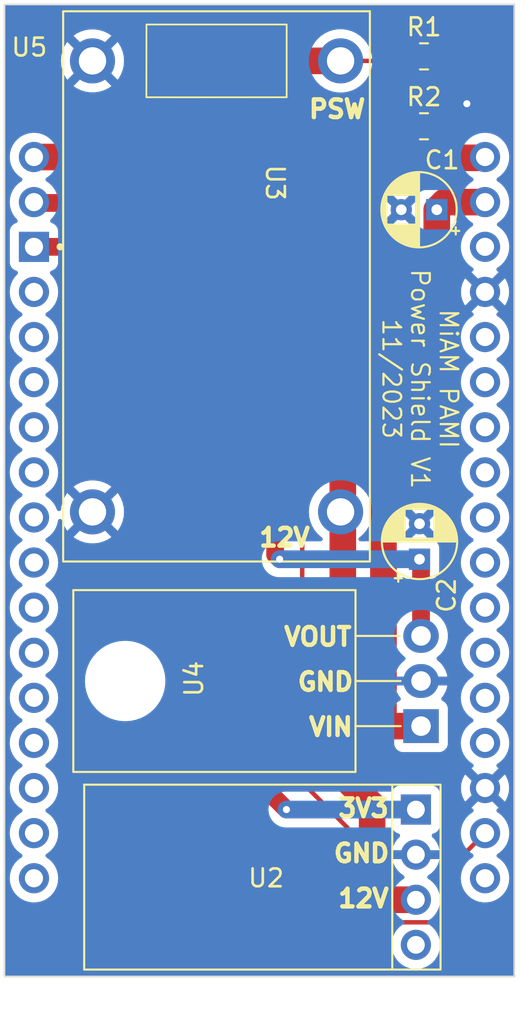
<source format=kicad_pcb>
(kicad_pcb (version 20221018) (generator pcbnew)
  (layers (0 "F.Cu" signal) (31 "B.Cu" signal) (34 "B.Paste" user) (35 "F.Paste" user) (36 "B.SilkS" user "B.Silkscreen") (37 "F.SilkS" user "F.Silkscreen") (38 "B.Mask" user) (39 "F.Mask" user) (44 "Edge.Cuts" user))
  (net 0 "")
  (net 1 "GND")
  (net 2 "+12V")
  (net 3 "/BAT_READING")
  (net 4 "+3V3")
  (net 5 "/POWER_SWITCH")
  (net 6 "/EMERGENCY_BUTTON")
  (net 7 "/5V_POWER")
  (footprint "Capacitor_THT:CP_Radial_D4.0mm_P2.00mm" (layer "F.Cu") (at 107.6526 66.167 180)
    (fp_text reference "C1" (at -0.2974 2.794) (layer "F.SilkS"))
    (fp_text value "0.22uF")
    (fp_line (start -1.269801 -1.195) (end -0.869801 -1.195) (stroke (width 0.12)) (layer "F.SilkS"))
    (fp_line (start -1.069801 -1.395) (end -1.069801 -0.995) (stroke (width 0.12)) (layer "F.SilkS"))
    (fp_line (start 1 -2.08) (end 1 2.08) (stroke (width 0.12)) (layer "F.SilkS"))
    (fp_line (start 1.04 -2.08) (end 1.04 2.08) (stroke (width 0.12)) (layer "F.SilkS"))
    (fp_line (start 1.08 -2.079) (end 1.08 2.079) (stroke (width 0.12)) (layer "F.SilkS"))
    (fp_line (start 1.12 -2.077) (end 1.12 2.077) (stroke (width 0.12)) (layer "F.SilkS"))
    (fp_line (start 1.16 -2.074) (end 1.16 2.074) (stroke (width 0.12)) (layer "F.SilkS"))
    (fp_line (start 1.2 -2.071) (end 1.2 -0.84) (stroke (width 0.12)) (layer "F.SilkS"))
    (fp_line (start 1.2 0.84) (end 1.2 2.071) (stroke (width 0.12)) (layer "F.SilkS"))
    (fp_line (start 1.24 -2.067) (end 1.24 -0.84) (stroke (width 0.12)) (layer "F.SilkS"))
    (fp_line (start 1.24 0.84) (end 1.24 2.067) (stroke (width 0.12)) (layer "F.SilkS"))
    (fp_line (start 1.28 -2.062) (end 1.28 -0.84) (stroke (width 0.12)) (layer "F.SilkS"))
    (fp_line (start 1.28 0.84) (end 1.28 2.062) (stroke (width 0.12)) (layer "F.SilkS"))
    (fp_line (start 1.32 -2.056) (end 1.32 -0.84) (stroke (width 0.12)) (layer "F.SilkS"))
    (fp_line (start 1.32 0.84) (end 1.32 2.056) (stroke (width 0.12)) (layer "F.SilkS"))
    (fp_line (start 1.36 -2.05) (end 1.36 -0.84) (stroke (width 0.12)) (layer "F.SilkS"))
    (fp_line (start 1.36 0.84) (end 1.36 2.05) (stroke (width 0.12)) (layer "F.SilkS"))
    (fp_line (start 1.4 -2.042) (end 1.4 -0.84) (stroke (width 0.12)) (layer "F.SilkS"))
    (fp_line (start 1.4 0.84) (end 1.4 2.042) (stroke (width 0.12)) (layer "F.SilkS"))
    (fp_line (start 1.44 -2.034) (end 1.44 -0.84) (stroke (width 0.12)) (layer "F.SilkS"))
    (fp_line (start 1.44 0.84) (end 1.44 2.034) (stroke (width 0.12)) (layer "F.SilkS"))
    (fp_line (start 1.48 -2.025) (end 1.48 -0.84) (stroke (width 0.12)) (layer "F.SilkS"))
    (fp_line (start 1.48 0.84) (end 1.48 2.025) (stroke (width 0.12)) (layer "F.SilkS"))
    (fp_line (start 1.52 -2.016) (end 1.52 -0.84) (stroke (width 0.12)) (layer "F.SilkS"))
    (fp_line (start 1.52 0.84) (end 1.52 2.016) (stroke (width 0.12)) (layer "F.SilkS"))
    (fp_line (start 1.56 -2.005) (end 1.56 -0.84) (stroke (width 0.12)) (layer "F.SilkS"))
    (fp_line (start 1.56 0.84) (end 1.56 2.005) (stroke (width 0.12)) (layer "F.SilkS"))
    (fp_line (start 1.6 -1.994) (end 1.6 -0.84) (stroke (width 0.12)) (layer "F.SilkS"))
    (fp_line (start 1.6 0.84) (end 1.6 1.994) (stroke (width 0.12)) (layer "F.SilkS"))
    (fp_line (start 1.64 -1.982) (end 1.64 -0.84) (stroke (width 0.12)) (layer "F.SilkS"))
    (fp_line (start 1.64 0.84) (end 1.64 1.982) (stroke (width 0.12)) (layer "F.SilkS"))
    (fp_line (start 1.68 -1.968) (end 1.68 -0.84) (stroke (width 0.12)) (layer "F.SilkS"))
    (fp_line (start 1.68 0.84) (end 1.68 1.968) (stroke (width 0.12)) (layer "F.SilkS"))
    (fp_line (start 1.721 -1.954) (end 1.721 -0.84) (stroke (width 0.12)) (layer "F.SilkS"))
    (fp_line (start 1.721 0.84) (end 1.721 1.954) (stroke (width 0.12)) (layer "F.SilkS"))
    (fp_line (start 1.761 -1.94) (end 1.761 -0.84) (stroke (width 0.12)) (layer "F.SilkS"))
    (fp_line (start 1.761 0.84) (end 1.761 1.94) (stroke (width 0.12)) (layer "F.SilkS"))
    (fp_line (start 1.801 -1.924) (end 1.801 -0.84) (stroke (width 0.12)) (layer "F.SilkS"))
    (fp_line (start 1.801 0.84) (end 1.801 1.924) (stroke (width 0.12)) (layer "F.SilkS"))
    (fp_line (start 1.841 -1.907) (end 1.841 -0.84) (stroke (width 0.12)) (layer "F.SilkS"))
    (fp_line (start 1.841 0.84) (end 1.841 1.907) (stroke (width 0.12)) (layer "F.SilkS"))
    (fp_line (start 1.881 -1.889) (end 1.881 -0.84) (stroke (width 0.12)) (layer "F.SilkS"))
    (fp_line (start 1.881 0.84) (end 1.881 1.889) (stroke (width 0.12)) (layer "F.SilkS"))
    (fp_line (start 1.921 -1.87) (end 1.921 -0.84) (stroke (width 0.12)) (layer "F.SilkS"))
    (fp_line (start 1.921 0.84) (end 1.921 1.87) (stroke (width 0.12)) (layer "F.SilkS"))
    (fp_line (start 1.961 -1.851) (end 1.961 -0.84) (stroke (width 0.12)) (layer "F.SilkS"))
    (fp_line (start 1.961 0.84) (end 1.961 1.851) (stroke (width 0.12)) (layer "F.SilkS"))
    (fp_line (start 2.001 -1.83) (end 2.001 -0.84) (stroke (width 0.12)) (layer "F.SilkS"))
    (fp_line (start 2.001 0.84) (end 2.001 1.83) (stroke (width 0.12)) (layer "F.SilkS"))
    (fp_line (start 2.041 -1.808) (end 2.041 -0.84) (stroke (width 0.12)) (layer "F.SilkS"))
    (fp_line (start 2.041 0.84) (end 2.041 1.808) (stroke (width 0.12)) (layer "F.SilkS"))
    (fp_line (start 2.081 -1.785) (end 2.081 -0.84) (stroke (width 0.12)) (layer "F.SilkS"))
    (fp_line (start 2.081 0.84) (end 2.081 1.785) (stroke (width 0.12)) (layer "F.SilkS"))
    (fp_line (start 2.121 -1.76) (end 2.121 -0.84) (stroke (width 0.12)) (layer "F.SilkS"))
    (fp_line (start 2.121 0.84) (end 2.121 1.76) (stroke (width 0.12)) (layer "F.SilkS"))
    (fp_line (start 2.161 -1.735) (end 2.161 -0.84) (stroke (width 0.12)) (layer "F.SilkS"))
    (fp_line (start 2.161 0.84) (end 2.161 1.735) (stroke (width 0.12)) (layer "F.SilkS"))
    (fp_line (start 2.201 -1.708) (end 2.201 -0.84) (stroke (width 0.12)) (layer "F.SilkS"))
    (fp_line (start 2.201 0.84) (end 2.201 1.708) (stroke (width 0.12)) (layer "F.SilkS"))
    (fp_line (start 2.241 -1.68) (end 2.241 -0.84) (stroke (width 0.12)) (layer "F.SilkS"))
    (fp_line (start 2.241 0.84) (end 2.241 1.68) (stroke (width 0.12)) (layer "F.SilkS"))
    (fp_line (start 2.281 -1.65) (end 2.281 -0.84) (stroke (width 0.12)) (layer "F.SilkS"))
    (fp_line (start 2.281 0.84) (end 2.281 1.65) (stroke (width 0.12)) (layer "F.SilkS"))
    (fp_line (start 2.321 -1.619) (end 2.321 -0.84) (stroke (width 0.12)) (layer "F.SilkS"))
    (fp_line (start 2.321 0.84) (end 2.321 1.619) (stroke (width 0.12)) (layer "F.SilkS"))
    (fp_line (start 2.361 -1.587) (end 2.361 -0.84) (stroke (width 0.12)) (layer "F.SilkS"))
    (fp_line (start 2.361 0.84) (end 2.361 1.587) (stroke (width 0.12)) (layer "F.SilkS"))
    (fp_line (start 2.401 -1.552) (end 2.401 -0.84) (stroke (width 0.12)) (layer "F.SilkS"))
    (fp_line (start 2.401 0.84) (end 2.401 1.552) (stroke (width 0.12)) (layer "F.SilkS"))
    (fp_line (start 2.441 -1.516) (end 2.441 -0.84) (stroke (width 0.12)) (layer "F.SilkS"))
    (fp_line (start 2.441 0.84) (end 2.441 1.516) (stroke (width 0.12)) (layer "F.SilkS"))
    (fp_line (start 2.481 -1.478) (end 2.481 -0.84) (stroke (width 0.12)) (layer "F.SilkS"))
    (fp_line (start 2.481 0.84) (end 2.481 1.478) (stroke (width 0.12)) (layer "F.SilkS"))
    (fp_line (start 2.521 -1.438) (end 2.521 -0.84) (stroke (width 0.12)) (layer "F.SilkS"))
    (fp_line (start 2.521 0.84) (end 2.521 1.438) (stroke (width 0.12)) (layer "F.SilkS"))
    (fp_line (start 2.561 -1.396) (end 2.561 -0.84) (stroke (width 0.12)) (layer "F.SilkS"))
    (fp_line (start 2.561 0.84) (end 2.561 1.396) (stroke (width 0.12)) (layer "F.SilkS"))
    (fp_line (start 2.601 -1.351) (end 2.601 -0.84) (stroke (width 0.12)) (layer "F.SilkS"))
    (fp_line (start 2.601 0.84) (end 2.601 1.351) (stroke (width 0.12)) (layer "F.SilkS"))
    (fp_line (start 2.641 -1.304) (end 2.641 -0.84) (stroke (width 0.12)) (layer "F.SilkS"))
    (fp_line (start 2.641 0.84) (end 2.641 1.304) (stroke (width 0.12)) (layer "F.SilkS"))
    (fp_line (start 2.681 -1.254) (end 2.681 -0.84) (stroke (width 0.12)) (layer "F.SilkS"))
    (fp_line (start 2.681 0.84) (end 2.681 1.254) (stroke (width 0.12)) (layer "F.SilkS"))
    (fp_line (start 2.721 -1.2) (end 2.721 -0.84) (stroke (width 0.12)) (layer "F.SilkS"))
    (fp_line (start 2.721 0.84) (end 2.721 1.2) (stroke (width 0.12)) (layer "F.SilkS"))
    (fp_line (start 2.761 -1.142) (end 2.761 -0.84) (stroke (width 0.12)) (layer "F.SilkS"))
    (fp_line (start 2.761 0.84) (end 2.761 1.142) (stroke (width 0.12)) (layer "F.SilkS"))
    (fp_line (start 2.801 -1.08) (end 2.801 -0.84) (stroke (width 0.12)) (layer "F.SilkS"))
    (fp_line (start 2.801 0.84) (end 2.801 1.08) (stroke (width 0.12)) (layer "F.SilkS"))
    (fp_line (start 2.841 -1.013) (end 2.841 1.013) (stroke (width 0.12)) (layer "F.SilkS"))
    (fp_line (start 2.881 -0.94) (end 2.881 0.94) (stroke (width 0.12)) (layer "F.SilkS"))
    (fp_line (start 2.921 -0.859) (end 2.921 0.859) (stroke (width 0.12)) (layer "F.SilkS"))
    (fp_line (start 2.961 -0.768) (end 2.961 0.768) (stroke (width 0.12)) (layer "F.SilkS"))
    (fp_line (start 3.001 -0.664) (end 3.001 0.664) (stroke (width 0.12)) (layer "F.SilkS"))
    (fp_line (start 3.041 -0.537) (end 3.041 0.537) (stroke (width 0.12)) (layer "F.SilkS"))
    (fp_line (start 3.081 -0.37) (end 3.081 0.37) (stroke (width 0.12)) (layer "F.SilkS"))
    (fp_circle (center 1 0) (end 3.12 0) (stroke (width 0.12)) (fill none) (layer "F.SilkS"))
    (pad "1" thru_hole rect (at 0 0 180) (size 1.2 1.2) (drill 0.6) (layers "*.Cu" "*.Mask") (net 6 "/EMERGENCY_BUTTON"))
    (pad "2" thru_hole circle (at 2 0 180) (size 1.2 1.2) (drill 0.6) (layers "*.Cu" "*.Mask") (net 1 "GND"))
  )
  (footprint "MiAM_ESP32_Footprints:VoltageRegulator" (layer "F.Cu") (at 97.5614 103.7082)
    (fp_text reference "U2" (at 0.4826 0.1016 unlocked) (layer "F.SilkS"))
    (fp_text value "3V3")
    (fp_line (start 7.5854 -5.1308) (end 7.5854 5.1908) (stroke (width 0.12)) (layer "F.SilkS"))
    (fp_rect (start -9.7628 -5.1608) (end 10.3032 5.2532) (stroke (width 0.12)) (fill none) (layer "F.SilkS"))
    (pad "1" thru_hole rect (at 8.9154 -3.7592) (size 1.7 1.7) (drill 1) (layers "*.Cu" "*.Mask") (net 4 "+3V3"))
    (pad "2" thru_hole oval (at 8.9154 -1.2192) (size 1.7 1.7) (drill 1) (layers "*.Cu" "*.Mask") (net 1 "GND"))
    (pad "3" thru_hole oval (at 8.9154 1.3208) (size 1.7 1.7) (drill 1) (layers "*.Cu" "*.Mask") (net 2 "+12V"))
    (pad "4" thru_hole oval (at 8.9154 3.8608) (size 1.7 1.7) (drill 1) (layers "*.Cu" "*.Mask"))
  )
  (footprint "MiAM_ESP32_Footprints:MT3608" (layer "F.Cu") (at 95.25 70.485 -90)
    (fp_text reference "U3" (at -5.842 -3.302 -90 unlocked) (layer "F.SilkS"))
    (fp_text value "MT3608")
    (fp_line (start -14.7486 -3.9497) (end -14.7486 3.9447) (stroke (width 0.1)) (layer "F.SilkS"))
    (fp_line (start -14.7486 3.9447) (end -10.6514 3.9497) (stroke (width 0.1)) (layer "F.SilkS"))
    (fp_line (start -10.6514 -3.9497) (end -14.7486 -3.9497) (stroke (width 0.1)) (layer "F.SilkS"))
    (fp_line (start -10.6486 2.0447) (end -10.6514 -3.9497) (stroke (width 0.1)) (layer "F.SilkS"))
    (fp_line (start -10.6486 2.0447) (end -10.6514 3.9497) (stroke (width 0.1)) (layer "F.SilkS"))
    (fp_rect (start -15.494 -8.636) (end 15.494 8.636) (stroke (width 0.12)) (fill none) (layer "F.SilkS"))
    (pad "1" thru_hole circle (at -12.7 -6.985 270) (size 2.54 2.54) (drill 1.54) (layers "*.Cu" "*.Mask") (net 5 "/POWER_SWITCH"))
    (pad "2" thru_hole circle (at -12.7 6.985 270) (size 2.54 2.54) (drill 1.54) (layers "*.Cu" "*.Mask") (net 1 "GND"))
    (pad "3" thru_hole circle (at 12.7 -6.985 270) (size 2.54 2.54) (drill 1.54) (layers "*.Cu" "*.Mask") (net 2 "+12V"))
    (pad "4" thru_hole circle (at 12.7 6.985 270) (size 2.54 2.54) (drill 1.54) (layers "*.Cu" "*.Mask") (net 1 "GND"))
  )
  (footprint "Package_TO_SOT_THT:TO-220-3_Horizontal_TabDown" (layer "F.Cu") (at 106.766 95.25 90)
    (fp_text reference "U4" (at 2.667 -12.786 90) (layer "F.SilkS"))
    (fp_text value "LM7805_TO220")
    (fp_line (start -2.58 -19.58) (end -2.58 -3.69) (stroke (width 0.12)) (layer "F.SilkS"))
    (fp_line (start -2.58 -19.58) (end 7.66 -19.58) (stroke (width 0.12)) (layer "F.SilkS"))
    (fp_line (start -2.58 -3.69) (end 7.66 -3.69) (stroke (width 0.12)) (layer "F.SilkS"))
    (fp_line (start 0 -3.69) (end 0 -1.15) (stroke (width 0.12)) (layer "F.SilkS"))
    (fp_line (start 2.54 -3.69) (end 2.54 -1.15) (stroke (width 0.12)) (layer "F.SilkS"))
    (fp_line (start 5.08 -3.69) (end 5.08 -1.15) (stroke (width 0.12)) (layer "F.SilkS"))
    (fp_line (start 7.66 -19.58) (end 7.66 -3.69) (stroke (width 0.12)) (layer "F.SilkS"))
    (pad "" np_thru_hole oval (at 2.54 -16.66 90) (size 3.5 3.5) (drill 3.5) (layers "*.Cu" "*.Mask"))
    (pad "1" thru_hole rect (at 0 0 90) (size 1.905 2) (drill 1.1) (layers "*.Cu" "*.Mask") (net 6 "/EMERGENCY_BUTTON"))
    (pad "2" thru_hole oval (at 2.54 0 90) (size 1.905 2) (drill 1.1) (layers "*.Cu" "*.Mask") (net 1 "GND"))
    (pad "3" thru_hole oval (at 5.08 0 90) (size 1.905 2) (drill 1.1) (layers "*.Cu" "*.Mask") (net 7 "/5V_POWER"))
  )
  (footprint "Resistor_SMD:R_0805_2012Metric_Pad1.20x1.40mm_HandSolder" (layer "F.Cu") (at 106.934 61.468)
    (fp_text reference "R2" (at 0 -1.65) (layer "F.SilkS"))
    (fp_text value "10k")
    (fp_line (start -0.227064 -0.735) (end 0.227064 -0.735) (stroke (width 0.12)) (layer "F.SilkS"))
    (fp_line (start -0.227064 0.735) (end 0.227064 0.735) (stroke (width 0.12)) (layer "F.SilkS"))
    (pad "1" smd roundrect (at -1 0) (size 1.2 1.4) (layers "F.Cu" "F.Paste" "F.Mask") (roundrect_rratio 0.208333) (net 3 "/BAT_READING"))
    (pad "2" smd roundrect (at 1 0) (size 1.2 1.4) (layers "F.Cu" "F.Paste" "F.Mask") (roundrect_rratio 0.208333) (net 1 "GND"))
  )
  (footprint "Capacitor_THT:CP_Radial_D4.0mm_P2.00mm" (layer "F.Cu") (at 106.68 85.852 90)
    (fp_text reference "C2" (at -2.032 1.524 90) (layer "F.SilkS"))
    (fp_text value "0.1uF")
    (fp_line (start -1.269801 -1.195) (end -0.869801 -1.195) (stroke (width 0.12)) (layer "F.SilkS"))
    (fp_line (start -1.069801 -1.395) (end -1.069801 -0.995) (stroke (width 0.12)) (layer "F.SilkS"))
    (fp_line (start 1 -2.08) (end 1 2.08) (stroke (width 0.12)) (layer "F.SilkS"))
    (fp_line (start 1.04 -2.08) (end 1.04 2.08) (stroke (width 0.12)) (layer "F.SilkS"))
    (fp_line (start 1.08 -2.079) (end 1.08 2.079) (stroke (width 0.12)) (layer "F.SilkS"))
    (fp_line (start 1.12 -2.077) (end 1.12 2.077) (stroke (width 0.12)) (layer "F.SilkS"))
    (fp_line (start 1.16 -2.074) (end 1.16 2.074) (stroke (width 0.12)) (layer "F.SilkS"))
    (fp_line (start 1.2 -2.071) (end 1.2 -0.84) (stroke (width 0.12)) (layer "F.SilkS"))
    (fp_line (start 1.2 0.84) (end 1.2 2.071) (stroke (width 0.12)) (layer "F.SilkS"))
    (fp_line (start 1.24 -2.067) (end 1.24 -0.84) (stroke (width 0.12)) (layer "F.SilkS"))
    (fp_line (start 1.24 0.84) (end 1.24 2.067) (stroke (width 0.12)) (layer "F.SilkS"))
    (fp_line (start 1.28 -2.062) (end 1.28 -0.84) (stroke (width 0.12)) (layer "F.SilkS"))
    (fp_line (start 1.28 0.84) (end 1.28 2.062) (stroke (width 0.12)) (layer "F.SilkS"))
    (fp_line (start 1.32 -2.056) (end 1.32 -0.84) (stroke (width 0.12)) (layer "F.SilkS"))
    (fp_line (start 1.32 0.84) (end 1.32 2.056) (stroke (width 0.12)) (layer "F.SilkS"))
    (fp_line (start 1.36 -2.05) (end 1.36 -0.84) (stroke (width 0.12)) (layer "F.SilkS"))
    (fp_line (start 1.36 0.84) (end 1.36 2.05) (stroke (width 0.12)) (layer "F.SilkS"))
    (fp_line (start 1.4 -2.042) (end 1.4 -0.84) (stroke (width 0.12)) (layer "F.SilkS"))
    (fp_line (start 1.4 0.84) (end 1.4 2.042) (stroke (width 0.12)) (layer "F.SilkS"))
    (fp_line (start 1.44 -2.034) (end 1.44 -0.84) (stroke (width 0.12)) (layer "F.SilkS"))
    (fp_line (start 1.44 0.84) (end 1.44 2.034) (stroke (width 0.12)) (layer "F.SilkS"))
    (fp_line (start 1.48 -2.025) (end 1.48 -0.84) (stroke (width 0.12)) (layer "F.SilkS"))
    (fp_line (start 1.48 0.84) (end 1.48 2.025) (stroke (width 0.12)) (layer "F.SilkS"))
    (fp_line (start 1.52 -2.016) (end 1.52 -0.84) (stroke (width 0.12)) (layer "F.SilkS"))
    (fp_line (start 1.52 0.84) (end 1.52 2.016) (stroke (width 0.12)) (layer "F.SilkS"))
    (fp_line (start 1.56 -2.005) (end 1.56 -0.84) (stroke (width 0.12)) (layer "F.SilkS"))
    (fp_line (start 1.56 0.84) (end 1.56 2.005) (stroke (width 0.12)) (layer "F.SilkS"))
    (fp_line (start 1.6 -1.994) (end 1.6 -0.84) (stroke (width 0.12)) (layer "F.SilkS"))
    (fp_line (start 1.6 0.84) (end 1.6 1.994) (stroke (width 0.12)) (layer "F.SilkS"))
    (fp_line (start 1.64 -1.982) (end 1.64 -0.84) (stroke (width 0.12)) (layer "F.SilkS"))
    (fp_line (start 1.64 0.84) (end 1.64 1.982) (stroke (width 0.12)) (layer "F.SilkS"))
    (fp_line (start 1.68 -1.968) (end 1.68 -0.84) (stroke (width 0.12)) (layer "F.SilkS"))
    (fp_line (start 1.68 0.84) (end 1.68 1.968) (stroke (width 0.12)) (layer "F.SilkS"))
    (fp_line (start 1.721 -1.954) (end 1.721 -0.84) (stroke (width 0.12)) (layer "F.SilkS"))
    (fp_line (start 1.721 0.84) (end 1.721 1.954) (stroke (width 0.12)) (layer "F.SilkS"))
    (fp_line (start 1.761 -1.94) (end 1.761 -0.84) (stroke (width 0.12)) (layer "F.SilkS"))
    (fp_line (start 1.761 0.84) (end 1.761 1.94) (stroke (width 0.12)) (layer "F.SilkS"))
    (fp_line (start 1.801 -1.924) (end 1.801 -0.84) (stroke (width 0.12)) (layer "F.SilkS"))
    (fp_line (start 1.801 0.84) (end 1.801 1.924) (stroke (width 0.12)) (layer "F.SilkS"))
    (fp_line (start 1.841 -1.907) (end 1.841 -0.84) (stroke (width 0.12)) (layer "F.SilkS"))
    (fp_line (start 1.841 0.84) (end 1.841 1.907) (stroke (width 0.12)) (layer "F.SilkS"))
    (fp_line (start 1.881 -1.889) (end 1.881 -0.84) (stroke (width 0.12)) (layer "F.SilkS"))
    (fp_line (start 1.881 0.84) (end 1.881 1.889) (stroke (width 0.12)) (layer "F.SilkS"))
    (fp_line (start 1.921 -1.87) (end 1.921 -0.84) (stroke (width 0.12)) (layer "F.SilkS"))
    (fp_line (start 1.921 0.84) (end 1.921 1.87) (stroke (width 0.12)) (layer "F.SilkS"))
    (fp_line (start 1.961 -1.851) (end 1.961 -0.84) (stroke (width 0.12)) (layer "F.SilkS"))
    (fp_line (start 1.961 0.84) (end 1.961 1.851) (stroke (width 0.12)) (layer "F.SilkS"))
    (fp_line (start 2.001 -1.83) (end 2.001 -0.84) (stroke (width 0.12)) (layer "F.SilkS"))
    (fp_line (start 2.001 0.84) (end 2.001 1.83) (stroke (width 0.12)) (layer "F.SilkS"))
    (fp_line (start 2.041 -1.808) (end 2.041 -0.84) (stroke (width 0.12)) (layer "F.SilkS"))
    (fp_line (start 2.041 0.84) (end 2.041 1.808) (stroke (width 0.12)) (layer "F.SilkS"))
    (fp_line (start 2.081 -1.785) (end 2.081 -0.84) (stroke (width 0.12)) (layer "F.SilkS"))
    (fp_line (start 2.081 0.84) (end 2.081 1.785) (stroke (width 0.12)) (layer "F.SilkS"))
    (fp_line (start 2.121 -1.76) (end 2.121 -0.84) (stroke (width 0.12)) (layer "F.SilkS"))
    (fp_line (start 2.121 0.84) (end 2.121 1.76) (stroke (width 0.12)) (layer "F.SilkS"))
    (fp_line (start 2.161 -1.735) (end 2.161 -0.84) (stroke (width 0.12)) (layer "F.SilkS"))
    (fp_line (start 2.161 0.84) (end 2.161 1.735) (stroke (width 0.12)) (layer "F.SilkS"))
    (fp_line (start 2.201 -1.708) (end 2.201 -0.84) (stroke (width 0.12)) (layer "F.SilkS"))
    (fp_line (start 2.201 0.84) (end 2.201 1.708) (stroke (width 0.12)) (layer "F.SilkS"))
    (fp_line (start 2.241 -1.68) (end 2.241 -0.84) (stroke (width 0.12)) (layer "F.SilkS"))
    (fp_line (start 2.241 0.84) (end 2.241 1.68) (stroke (width 0.12)) (layer "F.SilkS"))
    (fp_line (start 2.281 -1.65) (end 2.281 -0.84) (stroke (width 0.12)) (layer "F.SilkS"))
    (fp_line (start 2.281 0.84) (end 2.281 1.65) (stroke (width 0.12)) (layer "F.SilkS"))
    (fp_line (start 2.321 -1.619) (end 2.321 -0.84) (stroke (width 0.12)) (layer "F.SilkS"))
    (fp_line (start 2.321 0.84) (end 2.321 1.619) (stroke (width 0.12)) (layer "F.SilkS"))
    (fp_line (start 2.361 -1.587) (end 2.361 -0.84) (stroke (width 0.12)) (layer "F.SilkS"))
    (fp_line (start 2.361 0.84) (end 2.361 1.587) (stroke (width 0.12)) (layer "F.SilkS"))
    (fp_line (start 2.401 -1.552) (end 2.401 -0.84) (stroke (width 0.12)) (layer "F.SilkS"))
    (fp_line (start 2.401 0.84) (end 2.401 1.552) (stroke (width 0.12)) (layer "F.SilkS"))
    (fp_line (start 2.441 -1.516) (end 2.441 -0.84) (stroke (width 0.12)) (layer "F.SilkS"))
    (fp_line (start 2.441 0.84) (end 2.441 1.516) (stroke (width 0.12)) (layer "F.SilkS"))
    (fp_line (start 2.481 -1.478) (end 2.481 -0.84) (stroke (width 0.12)) (layer "F.SilkS"))
    (fp_line (start 2.481 0.84) (end 2.481 1.478) (stroke (width 0.12)) (layer "F.SilkS"))
    (fp_line (start 2.521 -1.438) (end 2.521 -0.84) (stroke (width 0.12)) (layer "F.SilkS"))
    (fp_line (start 2.521 0.84) (end 2.521 1.438) (stroke (width 0.12)) (layer "F.SilkS"))
    (fp_line (start 2.561 -1.396) (end 2.561 -0.84) (stroke (width 0.12)) (layer "F.SilkS"))
    (fp_line (start 2.561 0.84) (end 2.561 1.396) (stroke (width 0.12)) (layer "F.SilkS"))
    (fp_line (start 2.601 -1.351) (end 2.601 -0.84) (stroke (width 0.12)) (layer "F.SilkS"))
    (fp_line (start 2.601 0.84) (end 2.601 1.351) (stroke (width 0.12)) (layer "F.SilkS"))
    (fp_line (start 2.641 -1.304) (end 2.641 -0.84) (stroke (width 0.12)) (layer "F.SilkS"))
    (fp_line (start 2.641 0.84) (end 2.641 1.304) (stroke (width 0.12)) (layer "F.SilkS"))
    (fp_line (start 2.681 -1.254) (end 2.681 -0.84) (stroke (width 0.12)) (layer "F.SilkS"))
    (fp_line (start 2.681 0.84) (end 2.681 1.254) (stroke (width 0.12)) (layer "F.SilkS"))
    (fp_line (start 2.721 -1.2) (end 2.721 -0.84) (stroke (width 0.12)) (layer "F.SilkS"))
    (fp_line (start 2.721 0.84) (end 2.721 1.2) (stroke (width 0.12)) (layer "F.SilkS"))
    (fp_line (start 2.761 -1.142) (end 2.761 -0.84) (stroke (width 0.12)) (layer "F.SilkS"))
    (fp_line (start 2.761 0.84) (end 2.761 1.142) (stroke (width 0.12)) (layer "F.SilkS"))
    (fp_line (start 2.801 -1.08) (end 2.801 -0.84) (stroke (width 0.12)) (layer "F.SilkS"))
    (fp_line (start 2.801 0.84) (end 2.801 1.08) (stroke (width 0.12)) (layer "F.SilkS"))
    (fp_line (start 2.841 -1.013) (end 2.841 1.013) (stroke (width 0.12)) (layer "F.SilkS"))
    (fp_line (start 2.881 -0.94) (end 2.881 0.94) (stroke (width 0.12)) (layer "F.SilkS"))
    (fp_line (start 2.921 -0.859) (end 2.921 0.859) (stroke (width 0.12)) (layer "F.SilkS"))
    (fp_line (start 2.961 -0.768) (end 2.961 0.768) (stroke (width 0.12)) (layer "F.SilkS"))
    (fp_line (start 3.001 -0.664) (end 3.001 0.664) (stroke (width 0.12)) (layer "F.SilkS"))
    (fp_line (start 3.041 -0.537) (end 3.041 0.537) (stroke (width 0.12)) (layer "F.SilkS"))
    (fp_line (start 3.081 -0.37) (end 3.081 0.37) (stroke (width 0.12)) (layer "F.SilkS"))
    (fp_circle (center 1 0) (end 3.12 0) (stroke (width 0.12)) (fill none) (layer "F.SilkS"))
    (pad "1" thru_hole rect (at 0 0 90) (size 1.2 1.2) (drill 0.6) (layers "*.Cu" "*.Mask") (net 7 "/5V_POWER"))
    (pad "2" thru_hole circle (at 2 0 90) (size 1.2 1.2) (drill 0.6) (layers "*.Cu" "*.Mask") (net 1 "GND"))
  )
  (footprint "MiAM_ESP32_Footprints:ESP32_ShieldPattern" (layer "F.Cu") (at 97.6695 83.7725)
    (fp_text reference "U5" (at -12.9605 -26.7495) (layer "F.SilkS"))
    (fp_text value "ESP32-DEVKIT-V1")
    (fp_circle (center -11.2268 -15.515) (end -11.1268 -15.515) (stroke (width 0.2)) (fill none) (layer "F.SilkS"))
    (pad "1" thru_hole rect (at -12.7 -15.515) (size 1.7 1.7) (drill 1.02) (layers "*.Cu" "*.Mask") (net 4 "+3V3"))
    (pad "2" thru_hole circle (at -12.7 -12.975) (size 1.7 1.7) (drill 1.02) (layers "*.Cu" "*.Mask"))
    (pad "3" thru_hole circle (at -12.7 -10.435) (size 1.7 1.7) (drill 1.02) (layers "*.Cu" "*.Mask"))
    (pad "4" thru_hole circle (at -12.7 -7.895) (size 1.7 1.7) (drill 1.02) (layers "*.Cu" "*.Mask"))
    (pad "5" thru_hole circle (at -12.7 -5.355) (size 1.7 1.7) (drill 1.02) (layers "*.Cu" "*.Mask"))
    (pad "6" thru_hole circle (at -12.7 -2.815) (size 1.7 1.7) (drill 1.02) (layers "*.Cu" "*.Mask"))
    (pad "7" thru_hole circle (at -12.7 -0.275) (size 1.7 1.7) (drill 1.02) (layers "*.Cu" "*.Mask"))
    (pad "8" thru_hole circle (at -12.7 2.265) (size 1.7 1.7) (drill 1.02) (layers "*.Cu" "*.Mask"))
    (pad "9" thru_hole circle (at -12.7 4.805) (size 1.7 1.7) (drill 1.02) (layers "*.Cu" "*.Mask"))
    (pad "10" thru_hole circle (at -12.7 7.345) (size 1.7 1.7) (drill 1.02) (layers "*.Cu" "*.Mask"))
    (pad "11" thru_hole circle (at -12.7 9.885) (size 1.7 1.7) (drill 1.02) (layers "*.Cu" "*.Mask"))
    (pad "12" thru_hole circle (at -12.7 12.425) (size 1.7 1.7) (drill 1.02) (layers "*.Cu" "*.Mask"))
    (pad "13" thru_hole circle (at -12.7 14.965) (size 1.7 1.7) (drill 1.02) (layers "*.Cu" "*.Mask"))
    (pad "14" thru_hole circle (at -12.7 17.505) (size 1.7 1.7) (drill 1.02) (layers "*.Cu" "*.Mask"))
    (pad "15" thru_hole circle (at -12.7 20.045) (size 1.7 1.7) (drill 1.02) (layers "*.Cu" "*.Mask"))
    (pad "16" thru_hole circle (at 12.7 20.045) (size 1.7 1.7) (drill 1.02) (layers "*.Cu" "*.Mask"))
    (pad "17" thru_hole circle (at 12.7 17.505) (size 1.7 1.7) (drill 1.02) (layers "*.Cu" "*.Mask") (net 3 "/BAT_READING"))
    (pad "18" thru_hole circle (at 12.7 14.965) (size 1.7 1.7) (drill 1.02) (layers "*.Cu" "*.Mask") (net 1 "GND"))
    (pad "19" thru_hole circle (at 12.7 12.425) (size 1.7 1.7) (drill 1.02) (layers "*.Cu" "*.Mask"))
    (pad "20" thru_hole circle (at 12.7 9.885) (size 1.7 1.7) (drill 1.02) (layers "*.Cu" "*.Mask"))
    (pad "21" thru_hole circle (at 12.7 7.345) (size 1.7 1.7) (drill 1.02) (layers "*.Cu" "*.Mask"))
    (pad "22" thru_hole circle (at 12.7 4.805) (size 1.7 1.7) (drill 1.02) (layers "*.Cu" "*.Mask"))
    (pad "23" thru_hole circle (at 12.7 2.265) (size 1.7 1.7) (drill 1.02) (layers "*.Cu" "*.Mask"))
    (pad "24" thru_hole circle (at 12.7 -0.275) (size 1.7 1.7) (drill 1.02) (layers "*.Cu" "*.Mask"))
    (pad "25" thru_hole circle (at 12.7 -2.815) (size 1.7 1.7) (drill 1.02) (layers "*.Cu" "*.Mask"))
    (pad "26" thru_hole circle (at 12.7 -5.355) (size 1.7 1.7) (drill 1.02) (layers "*.Cu" "*.Mask"))
    (pad "27" thru_hole circle (at 12.7 -7.895) (size 1.7 1.7) (drill 1.02) (layers "*.Cu" "*.Mask"))
    (pad "28" thru_hole circle (at 12.7 -10.435) (size 1.7 1.7) (drill 1.02) (layers "*.Cu" "*.Mask"))
    (pad "29" thru_hole circle (at 12.7 -12.975) (size 1.7 1.7) (drill 1.02) (layers "*.Cu" "*.Mask") (net 1 "GND"))
    (pad "30" thru_hole circle (at 12.7 -15.515) (size 1.7 1.7) (drill 1.02) (layers "*.Cu" "*.Mask"))
    (pad "SH1" thru_hole circle (at 12.7 -18.034) (size 1.7 1.7) (drill 1.02) (layers "*.Cu" "*.Mask") (net 6 "/EMERGENCY_BUTTON"))
    (pad "SH2" thru_hole circle (at 12.7 -20.574) (size 1.7 1.7) (drill 1.02) (layers "*.Cu" "*.Mask") (net 2 "+12V"))
    (pad "SH3" thru_hole circle (at -12.7 -18.034) (size 1.7 1.7) (drill 1.02) (layers "*.Cu" "*.Mask") (net 7 "/5V_POWER"))
    (pad "SH4" thru_hole circle (at -12.7 -20.574) (size 1.7 1.7) (drill 1.02) (layers "*.Cu" "*.Mask") (net 5 "/POWER_SWITCH"))
  )
  (footprint "Resistor_SMD:R_0805_2012Metric_Pad1.20x1.40mm_HandSolder" (layer "F.Cu") (at 106.934 57.531)
    (fp_text reference "R1" (at 0 -1.65) (layer "F.SilkS"))
    (fp_text value "100k")
    (fp_line (start -0.227064 -0.735) (end 0.227064 -0.735) (stroke (width 0.12)) (layer "F.SilkS"))
    (fp_line (start -0.227064 0.735) (end 0.227064 0.735) (stroke (width 0.12)) (layer "F.SilkS"))
    (pad "1" smd roundrect (at -1 0) (size 1.2 1.4) (layers "F.Cu" "F.Paste" "F.Mask") (roundrect_rratio 0.208333) (net 5 "/POWER_SWITCH"))
    (pad "2" smd roundrect (at 1 0) (size 1.2 1.4) (layers "F.Cu" "F.Paste" "F.Mask") (roundrect_rratio 0.208333) (net 3 "/BAT_READING"))
  )
  (gr_rect (start 83.312 54.61) (end 112.014 109.347) (stroke (width 0.1)) (fill none) (layer "Edge.Cuts"))
  (gr_text "MiAM PAMI\nPower Shield V1\n11/2023" (at 104.521 75.692 270) (layer "F.SilkS") (effects (font (size 1 1) (thickness 0.125)) (justify bottom)))
  (gr_text "12V" (at 101.981 105.537) (layer "F.SilkS") (effects (font (size 1 1) (thickness 0.25) bold) (justify left bottom)))
  (gr_text "GND" (at 101.727 102.997) (layer "F.SilkS") (effects (font (size 1 1) (thickness 0.25) bold) (justify left bottom)))
  (gr_text "PSW" (at 100.33 61.087) (layer "F.SilkS") (effects (font (size 1 1) (thickness 0.25) bold) (justify left bottom)))
  (gr_text "3V3" (at 101.981 100.457) (layer "F.SilkS") (effects (font (size 1 1) (thickness 0.25) bold) (justify left bottom)))
  (gr_text "GND" (at 99.695 93.345) (layer "F.SilkS") (effects (font (size 1 1) (thickness 0.25) bold) (justify left bottom)))
  (gr_text "12V" (at 97.536 85.217) (layer "F.SilkS") (effects (font (size 1 1) (thickness 0.25) bold) (justify left bottom)))
  (gr_text "VIN" (at 100.33 95.885) (layer "F.SilkS") (effects (font (size 1 1) (thickness 0.25) bold) (justify left bottom)))
  (gr_text "VOUT" (at 98.933 90.805) (layer "F.SilkS") (effects (font (size 1 1) (thickness 0.25) bold) (justify left bottom)))
  (segment (start 108.077 61.468) (end 109.347 60.198) (width 0.25) (layer "F.Cu") (net 1))
  (segment (start 107.934 61.468) (end 108.077 61.468) (width 0.25) (layer "F.Cu") (net 1))
  (via (at 109.347 60.198) (size 0.8) (drill 0.4) (layers "F.Cu" "B.Cu") (net 1))
  (segment (start 102.362 98.044) (end 102.362 66.929) (width 1.5) (layer "F.Cu") (net 2))
  (segment (start 110.322 63.246) (end 110.3695 63.1985) (width 1.5) (layer "F.Cu") (net 2))
  (segment (start 102.362 66.929) (end 106.045 63.246) (width 1.5) (layer "F.Cu") (net 2))
  (segment (start 104.013 105.029) (end 104.013 99.695) (width 1.5) (layer "F.Cu") (net 2))
  (segment (start 104.013 99.695) (end 102.362 98.044) (width 1.5) (layer "F.Cu") (net 2))
  (segment (start 106.4768 105.029) (end 104.013 105.029) (width 1.5) (layer "F.Cu") (net 2))
  (segment (start 106.045 63.246) (end 110.322 63.246) (width 1.5) (layer "F.Cu") (net 2))
  (segment (start 100.076 67.326) (end 100.076 98.425) (width 0.25) (layer "F.Cu") (net 3))
  (segment (start 100.076 98.425) (end 102.616 100.965) (width 0.25) (layer "F.Cu") (net 3))
  (segment (start 107.569 106.299) (end 108.458 105.41) (width 0.25) (layer "F.Cu") (net 3))
  (segment (start 108.458 105.41) (end 108.458 103.189) (width 0.25) (layer "F.Cu") (net 3))
  (segment (start 102.616 100.965) (end 102.616 105.664) (width 0.25) (layer "F.Cu") (net 3))
  (segment (start 108.458 103.189) (end 110.3695 101.2775) (width 0.25) (layer "F.Cu") (net 3))
  (segment (start 107.934 59.468) (end 100.076 67.326) (width 0.25) (layer "F.Cu") (net 3))
  (segment (start 102.616 105.664) (end 103.251 106.299) (width 0.25) (layer "F.Cu") (net 3))
  (segment (start 107.934 59.468) (end 107.934 57.531) (width 0.25) (layer "F.Cu") (net 3))
  (segment (start 105.934 61.468) (end 107.934 59.468) (width 0.25) (layer "F.Cu") (net 3))
  (segment (start 103.251 106.299) (end 107.569 106.299) (width 0.25) (layer "F.Cu") (net 3))
  (segment (start 96.393 77.216) (end 87.4345 68.2575) (width 1) (layer "F.Cu") (net 4))
  (segment (start 87.4345 68.2575) (end 84.9695 68.2575) (width 1) (layer "F.Cu") (net 4))
  (segment (start 96.393 97.155) (end 96.393 77.216) (width 1) (layer "F.Cu") (net 4))
  (segment (start 99.187 99.949) (end 96.393 97.155) (width 1) (layer "F.Cu") (net 4))
  (via (at 99.187 99.949) (size 0.8) (drill 0.4) (layers "F.Cu" "B.Cu") (net 4))
  (segment (start 99.187 99.949) (end 106.4768 99.949) (width 1) (layer "B.Cu") (net 4))
  (segment (start 99.441 57.785) (end 94.0275 63.1985) (width 1.5) (layer "F.Cu") (net 5))
  (segment (start 102.235 57.785) (end 105.68 57.785) (width 0.25) (layer "F.Cu") (net 5))
  (segment (start 94.0275 63.1985) (end 84.9695 63.1985) (width 1.5) (layer "F.Cu") (net 5))
  (segment (start 102.235 57.785) (end 99.441 57.785) (width 1.5) (layer "F.Cu") (net 5))
  (segment (start 105.68 57.785) (end 105.934 57.531) (width 0.25) (layer "F.Cu") (net 5))
  (segment (start 104.648 77.851) (end 107.6526 74.8464) (width 1.5) (layer "F.Cu") (net 6))
  (segment (start 104.648 95.25) (end 104.648 77.851) (width 1.5) (layer "F.Cu") (net 6))
  (segment (start 107.6526 74.8464) (end 107.6526 66.167) (width 1.5) (layer "F.Cu") (net 6))
  (segment (start 108.0811 65.7385) (end 110.3695 65.7385) (width 1.5) (layer "F.Cu") (net 6))
  (segment (start 107.6526 66.167) (end 108.0811 65.7385) (width 1.5) (layer "F.Cu") (net 6))
  (segment (start 106.766 95.25) (end 104.648 95.25) (width 1.5) (layer "F.Cu") (net 6))
  (segment (start 98.806 85.852) (end 98.552 85.598) (width 1) (layer "F.Cu") (net 7))
  (segment (start 88.265 65.786) (end 85.017 65.786) (width 1) (layer "F.Cu") (net 7))
  (segment (start 106.766 90.17) (end 106.766 85.938) (width 1) (layer "F.Cu") (net 7))
  (segment (start 85.017 65.786) (end 84.9695 65.7385) (width 1) (layer "F.Cu") (net 7))
  (segment (start 98.552 76.073) (end 88.265 65.786) (width 1) (layer "F.Cu") (net 7))
  (segment (start 98.552 85.598) (end 98.552 76.073) (width 1) (layer "F.Cu") (net 7))
  (segment (start 106.766 85.938) (end 106.68 85.852) (width 1) (layer "F.Cu") (net 7))
  (via (at 98.806 85.852) (size 0.8) (drill 0.4) (layers "F.Cu" "B.Cu") (net 7))
  (segment (start 98.806 85.852) (end 106.68 85.852) (width 1) (layer "B.Cu") (net 7))
  (zone (net 1) (net_name "GND") (layer "B.Cu") (connect_pads (clearance 0.508)) (min_thickness 0.25) (fill yes (thermal_gap 0.5) (thermal_bridge_width 0.5))
    (polygon (pts (xy 83.058 54.356) (xy 83.058 109.601) (xy 112.268 109.601) (xy 112.395 54.356)))
  )
)
</source>
